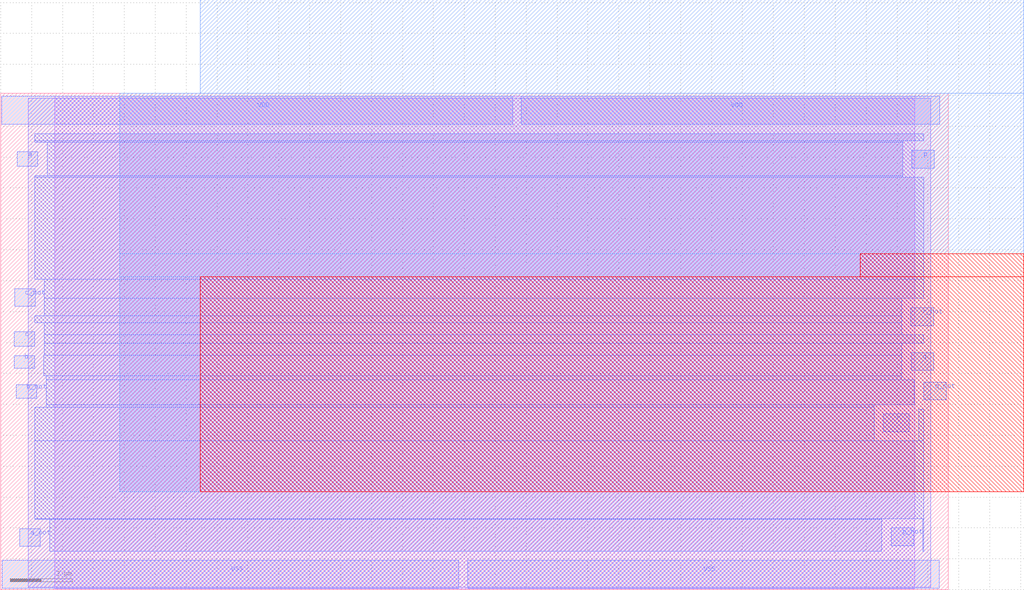
<source format=lef>
VERSION 5.7 ;
  NOWIREEXTENSIONATPIN ON ;
  DIVIDERCHAR "/" ;
  BUSBITCHARS "[]" ;
MACRO CCNOT
  CLASS BLOCK ;
  FOREIGN CCNOT ;
  ORIGIN 0.000 0.000 ;
  SIZE 30.650 BY 16.070 ;
  PIN VDD
    USE POWER ;
    PORT
      LAYER Metal3 ;
        RECT 0.030 15.055 16.565 15.960 ;
    END
    PORT
      LAYER Metal3 ;
        RECT 16.845 15.055 30.380 15.960 ;
    END
  END VDD
  PIN VSS
    USE GROUND ;
    PORT
      LAYER Metal3 ;
        RECT 0.045 0.045 14.825 0.950 ;
    END
    PORT
      LAYER Metal3 ;
        RECT 15.105 0.045 30.360 0.950 ;
    END
  END VSS
  PIN p_not
    ANTENNAGATEAREA 0.470400 ;
    PORT
      LAYER Metal3 ;
        RECT 28.810 1.425 29.540 2.000 ;
    END
  END p_not
  PIN q
    ANTENNAGATEAREA 0.470400 ;
    PORT
      LAYER Metal3 ;
        RECT 29.455 7.095 30.185 7.670 ;
    END
  END q
  PIN q_not
    ANTENNAGATEAREA 0.470400 ;
    PORT
      LAYER Metal3 ;
        RECT 29.860 6.140 30.590 6.715 ;
    END
  END q_not
  PIN r_not
    ANTENNADIFFAREA 1.587600 ;
    PORT
      LAYER Metal3 ;
        RECT 29.450 8.550 30.180 9.125 ;
    END
  END r_not
  PIN r
    ANTENNADIFFAREA 1.587600 ;
    PORT
      LAYER Metal3 ;
        RECT 28.560 5.115 29.395 5.690 ;
    END
  END r
  PIN p
    ANTENNAGATEAREA 0.470400 ;
    PORT
      LAYER Metal3 ;
        RECT 29.480 13.645 30.210 14.220 ;
    END
  END p
  PIN a_not
    ANTENNAGATEAREA 0.470400 ;
    PORT
      LAYER Metal3 ;
        RECT 0.620 1.400 1.285 1.975 ;
    END
  END a_not
  PIN c
    ANTENNADIFFAREA 1.587600 ;
    PORT
      LAYER Metal3 ;
        RECT 0.440 7.885 1.105 8.340 ;
    END
  END c
  PIN c_not
    ANTENNADIFFAREA 1.587600 ;
    PORT
      LAYER Metal3 ;
        RECT 0.450 9.165 1.115 9.740 ;
    END
  END c_not
  PIN a
    ANTENNAGATEAREA 0.470400 ;
    PORT
      LAYER Metal3 ;
        RECT 0.540 13.695 1.205 14.175 ;
    END
  END a
  PIN b
    ANTENNAGATEAREA 0.470400 ;
    PORT
      LAYER Metal3 ;
        RECT 0.430 7.170 1.095 7.575 ;
    END
  END b
  PIN b_not
    ANTENNAGATEAREA 0.470400 ;
    PORT
      LAYER Metal3 ;
        RECT 0.500 6.200 1.165 6.625 ;
    END
  END b_not
  OBS
      LAYER Nwell ;
        RECT 6.450 16.070 33.105 19.090 ;
        RECT 3.850 10.865 33.105 16.070 ;
        RECT 3.850 10.125 27.810 10.865 ;
      LAYER Pwell ;
        RECT 27.810 10.125 33.105 10.865 ;
      LAYER Nwell ;
        RECT 3.850 3.165 6.450 10.125 ;
      LAYER Pwell ;
        RECT 6.450 3.165 33.105 10.125 ;
      LAYER Metal1 ;
        RECT 1.745 0.040 29.580 15.965 ;
      LAYER Metal2 ;
        RECT 0.885 0.085 30.095 15.910 ;
      LAYER Metal3 ;
        RECT 1.095 14.520 29.860 14.755 ;
        RECT 1.095 14.475 29.180 14.520 ;
        RECT 1.505 13.395 29.180 14.475 ;
        RECT 1.095 13.345 29.180 13.395 ;
        RECT 1.095 10.040 29.860 13.345 ;
        RECT 1.415 9.425 29.860 10.040 ;
        RECT 1.415 8.865 29.150 9.425 ;
        RECT 1.095 8.640 29.150 8.865 ;
        RECT 1.405 8.250 29.150 8.640 ;
        RECT 1.405 7.970 29.860 8.250 ;
        RECT 1.405 7.585 29.155 7.970 ;
        RECT 1.395 6.925 29.155 7.585 ;
        RECT 1.465 6.795 29.155 6.925 ;
        RECT 1.465 5.990 29.560 6.795 ;
        RECT 1.465 5.900 28.260 5.990 ;
        RECT 1.095 4.815 28.260 5.900 ;
        RECT 29.695 4.815 29.860 5.840 ;
        RECT 1.095 2.300 29.860 4.815 ;
        RECT 1.095 2.275 28.510 2.300 ;
        RECT 1.585 1.250 28.510 2.275 ;
        RECT 29.840 1.250 29.860 2.300 ;
  END
END CCNOT
END LIBRARY


</source>
